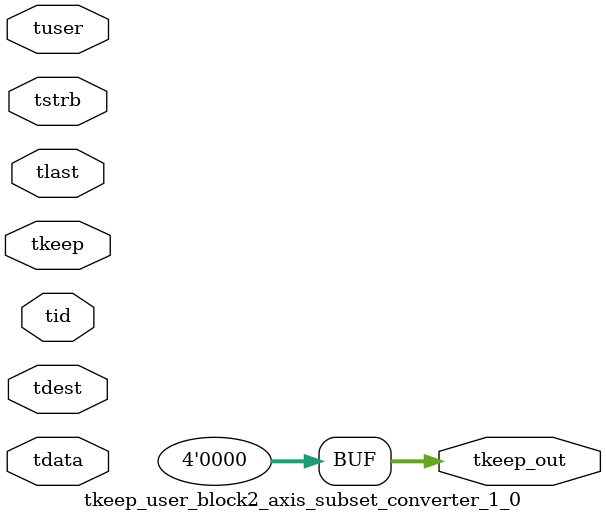
<source format=v>


`timescale 1ps/1ps

module tkeep_user_block2_axis_subset_converter_1_0 #
(
parameter C_S_AXIS_TDATA_WIDTH = 32,
parameter C_S_AXIS_TUSER_WIDTH = 0,
parameter C_S_AXIS_TID_WIDTH   = 0,
parameter C_S_AXIS_TDEST_WIDTH = 0,
parameter C_M_AXIS_TDATA_WIDTH = 32
)
(
input  [(C_S_AXIS_TDATA_WIDTH == 0 ? 1 : C_S_AXIS_TDATA_WIDTH)-1:0     ] tdata,
input  [(C_S_AXIS_TUSER_WIDTH == 0 ? 1 : C_S_AXIS_TUSER_WIDTH)-1:0     ] tuser,
input  [(C_S_AXIS_TID_WIDTH   == 0 ? 1 : C_S_AXIS_TID_WIDTH)-1:0       ] tid,
input  [(C_S_AXIS_TDEST_WIDTH == 0 ? 1 : C_S_AXIS_TDEST_WIDTH)-1:0     ] tdest,
input  [(C_S_AXIS_TDATA_WIDTH/8)-1:0 ] tkeep,
input  [(C_S_AXIS_TDATA_WIDTH/8)-1:0 ] tstrb,
input                                                                    tlast,
output [(C_M_AXIS_TDATA_WIDTH/8)-1:0 ] tkeep_out
);

assign tkeep_out = {1'b0};

endmodule


</source>
